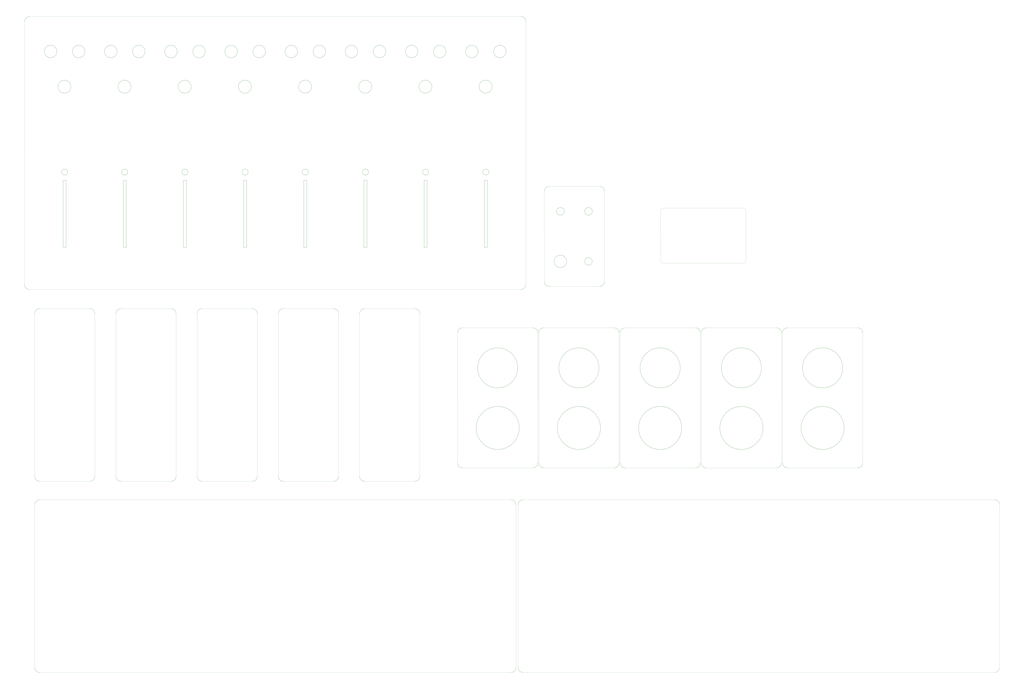
<source format=gbr>
%TF.GenerationSoftware,KiCad,Pcbnew,7.0.8*%
%TF.CreationDate,2023-11-15T12:02:35+01:00*%
%TF.ProjectId,JL,4a4c2e6b-6963-4616-945f-706362585858,rev?*%
%TF.SameCoordinates,Original*%
%TF.FileFunction,Profile,NP*%
%FSLAX46Y46*%
G04 Gerber Fmt 4.6, Leading zero omitted, Abs format (unit mm)*
G04 Created by KiCad (PCBNEW 7.0.8) date 2023-11-15 12:02:35*
%MOMM*%
%LPD*%
G01*
G04 APERTURE LIST*
%TA.AperFunction,Profile*%
%ADD10C,0.150000*%
%TD*%
%TA.AperFunction,Profile*%
%ADD11C,0.100000*%
%TD*%
%TA.AperFunction,Profile*%
%ADD12C,0.200000*%
%TD*%
%TA.AperFunction,Profile*%
%ADD13C,0.050000*%
%TD*%
G04 APERTURE END LIST*
D10*
X255852082Y-191174689D02*
G75*
G03*
X255852082Y-191174689I-6251400J0D01*
G01*
D11*
X75544030Y-423742161D02*
X75559094Y-161273474D01*
X567785818Y-806170007D02*
X567800883Y-643701316D01*
D12*
X512437529Y-467022161D02*
G75*
G03*
X507437222Y-472043785I19671J-5019939D01*
G01*
D11*
X145713462Y-615330907D02*
X145728526Y-452862216D01*
X570534343Y-428757531D02*
X80565657Y-428742468D01*
D12*
X171700989Y-447853120D02*
G75*
G03*
X166700682Y-452874689I19611J-5019880D01*
G01*
X825412471Y-606977839D02*
G75*
G03*
X830412778Y-601956215I-19671J5019939D01*
G01*
D10*
X641778128Y-350770311D02*
G75*
G03*
X641778128Y-350770311I-3800000J0D01*
G01*
D11*
X85700682Y-452874689D02*
X85722837Y-615337162D01*
D12*
X567785825Y-806170007D02*
G75*
G03*
X572807445Y-811170314I5019975J19707D01*
G01*
X593437529Y-467022161D02*
G75*
G03*
X588437222Y-472043785I19671J-5019939D01*
G01*
D11*
X90744464Y-620337469D02*
X140713155Y-620352534D01*
D10*
X287852082Y-191174689D02*
G75*
G03*
X287852082Y-191174689I-6251400J0D01*
G01*
D12*
X90738209Y-638696841D02*
G75*
G03*
X85737902Y-643718471I19691J-5019959D01*
G01*
D11*
X744406215Y-467037222D02*
X674437529Y-467022158D01*
X85722837Y-806187162D02*
X85737902Y-643718471D01*
D10*
X567400000Y-507050000D02*
G75*
G03*
X567400000Y-507050000I-20000000J0D01*
G01*
D12*
X85722870Y-806187162D02*
G75*
G03*
X90744464Y-811187469I5019930J19662D01*
G01*
D10*
X467852082Y-191174689D02*
G75*
G03*
X467852082Y-191174689I-6251400J0D01*
G01*
D11*
X328700682Y-452874689D02*
X328722837Y-615337162D01*
D12*
X648899693Y-425771562D02*
G75*
G03*
X653900000Y-420750000I-19593J5019862D01*
G01*
D11*
X593493784Y-607012778D02*
X663412471Y-606977842D01*
D12*
X464713155Y-620352524D02*
G75*
G03*
X469713462Y-615330907I-19655J5019924D01*
G01*
D10*
X481850000Y-226300000D02*
G75*
G03*
X481850000Y-226300000I-6500000J0D01*
G01*
D11*
X830412778Y-601956215D02*
X830427842Y-472037529D01*
D12*
X572801190Y-638679622D02*
G75*
G03*
X567800883Y-643701316I19710J-5019978D01*
G01*
D11*
X464706899Y-447861909D02*
X414700989Y-447853062D01*
X911412778Y-601956215D02*
X911427842Y-472037529D01*
D10*
X234050682Y-319724689D02*
X237050682Y-319724689D01*
X237050682Y-386724689D01*
X234050682Y-386724689D01*
X234050682Y-319724689D01*
D12*
X383713155Y-620352524D02*
G75*
G03*
X388713462Y-615330907I-19655J5019924D01*
G01*
X307728552Y-452862216D02*
G75*
G03*
X302706899Y-447861909I-5019952J-19684D01*
G01*
D10*
X616201400Y-400750000D02*
G75*
G03*
X616201400Y-400750000I-6251400J0D01*
G01*
X358532348Y-311626355D02*
G75*
G03*
X358532348Y-311626355I-3001666J0D01*
G01*
D12*
X75544071Y-423742161D02*
G75*
G03*
X80565657Y-428742468I5019929J19661D01*
G01*
D10*
X891400000Y-507050000D02*
G75*
G03*
X891400000Y-507050000I-20000000J0D01*
G01*
D11*
X674493784Y-607012778D02*
X744412471Y-606977842D01*
D12*
X166722770Y-615337162D02*
G75*
G03*
X171744464Y-620337469I5020030J19762D01*
G01*
D11*
X307713462Y-615330907D02*
X307728526Y-452862216D01*
D12*
X653871661Y-330800307D02*
G75*
G03*
X648850000Y-325800000I-5020061J-19793D01*
G01*
X588472161Y-602012471D02*
G75*
G03*
X593493784Y-607012778I5020039J19771D01*
G01*
X830427840Y-472037529D02*
G75*
G03*
X825406215Y-467037222I-5019840J-19571D01*
G01*
D11*
X247700682Y-452874689D02*
X247722837Y-615337162D01*
X836493784Y-607012778D02*
X906412471Y-606977842D01*
X572801190Y-638679689D02*
X1042769881Y-638694754D01*
D10*
X892902093Y-567050000D02*
G75*
G03*
X892902093Y-567050000I-21502093J0D01*
G01*
X114050682Y-319724689D02*
X117050682Y-319724689D01*
X117050682Y-386724689D01*
X114050682Y-386724689D01*
X114050682Y-319724689D01*
D12*
X388728552Y-452862216D02*
G75*
G03*
X383706899Y-447861909I-5019952J-19684D01*
G01*
D10*
X407852082Y-191174689D02*
G75*
G03*
X407852082Y-191174689I-6251400J0D01*
G01*
X121850000Y-226300000D02*
G75*
G03*
X121850000Y-226300000I-6500000J0D01*
G01*
D11*
X587412778Y-601956215D02*
X587427842Y-472037529D01*
D10*
X178532348Y-311626355D02*
G75*
G03*
X178532348Y-311626355I-3001666J0D01*
G01*
D12*
X414700989Y-447853120D02*
G75*
G03*
X409700682Y-452874689I19611J-5019880D01*
G01*
X1047791508Y-643695061D02*
G75*
G03*
X1042769881Y-638694754I-5019908J-19639D01*
G01*
D10*
X649902093Y-567050000D02*
G75*
G03*
X649902093Y-567050000I-21502093J0D01*
G01*
X167852082Y-191174689D02*
G75*
G03*
X167852082Y-191174689I-6251400J0D01*
G01*
X118532348Y-311626355D02*
G75*
G03*
X118532348Y-311626355I-3001666J0D01*
G01*
D11*
X669437222Y-472043785D02*
X669472157Y-602012471D01*
D10*
X361850000Y-226300000D02*
G75*
G03*
X361850000Y-226300000I-6500000J0D01*
G01*
D12*
X663412471Y-606977839D02*
G75*
G03*
X668412778Y-601956215I-19671J5019939D01*
G01*
X140713155Y-620352524D02*
G75*
G03*
X145713462Y-615330907I-19655J5019924D01*
G01*
X582412471Y-606977839D02*
G75*
G03*
X587412778Y-601956215I-19671J5019939D01*
G01*
X302713155Y-620352524D02*
G75*
G03*
X307713462Y-615330907I-19655J5019924D01*
G01*
X560713155Y-811202524D02*
G75*
G03*
X565713462Y-806180907I-19655J5019924D01*
G01*
D11*
X750437222Y-472043785D02*
X750472157Y-602012471D01*
X598887529Y-325822157D02*
X648850000Y-325800000D01*
D12*
X750472161Y-602012471D02*
G75*
G03*
X755493784Y-607012778I5020039J19771D01*
G01*
D10*
X107852082Y-191174689D02*
G75*
G03*
X107852082Y-191174689I-6251400J0D01*
G01*
D12*
X598887529Y-325822161D02*
G75*
G03*
X593887222Y-330843784I19671J-5019939D01*
G01*
X226728552Y-452862216D02*
G75*
G03*
X221706899Y-447861909I-5019952J-19684D01*
G01*
D10*
X648400000Y-507050000D02*
G75*
G03*
X648400000Y-507050000I-20000000J0D01*
G01*
X298532348Y-311626355D02*
G75*
G03*
X298532348Y-311626355I-3001666J0D01*
G01*
D12*
X145728552Y-452862216D02*
G75*
G03*
X140706899Y-447861909I-5019952J-19684D01*
G01*
D11*
X226713462Y-615330907D02*
X226728526Y-452862216D01*
X469713462Y-615330907D02*
X469728526Y-452862216D01*
X906406215Y-467037222D02*
X836437529Y-467022158D01*
X588437222Y-472043785D02*
X588472157Y-602012471D01*
D10*
X729400000Y-507050000D02*
G75*
G03*
X729400000Y-507050000I-20000000J0D01*
G01*
D12*
X85722870Y-615337162D02*
G75*
G03*
X90744464Y-620337469I5019930J19662D01*
G01*
D11*
X1042776136Y-811185379D02*
X572807445Y-811170314D01*
D12*
X252700989Y-447853120D02*
G75*
G03*
X247700682Y-452874689I19611J-5019880D01*
G01*
X575549651Y-161267218D02*
G75*
G03*
X570528087Y-156266911I-5019851J-19582D01*
G01*
X1042776136Y-811185304D02*
G75*
G03*
X1047776443Y-806163752I-19736J5020004D01*
G01*
X836437529Y-467022161D02*
G75*
G03*
X831437222Y-472043785I19671J-5019939D01*
G01*
X328722770Y-615337162D02*
G75*
G03*
X333744464Y-620337469I5020030J19762D01*
G01*
D10*
X811902093Y-567050000D02*
G75*
G03*
X811902093Y-567050000I-21502093J0D01*
G01*
D12*
X831472161Y-602012471D02*
G75*
G03*
X836493784Y-607012778I5020039J19771D01*
G01*
D10*
X347852082Y-191174689D02*
G75*
G03*
X347852082Y-191174689I-6251400J0D01*
G01*
D11*
X80559401Y-156251847D02*
X570528087Y-156266911D01*
X302706899Y-447861909D02*
X252700989Y-447853062D01*
D12*
X570534343Y-428757512D02*
G75*
G03*
X575534650Y-423735904I-19643J5019912D01*
G01*
D10*
X301850000Y-226300000D02*
G75*
G03*
X301850000Y-226300000I-6500000J0D01*
G01*
D11*
X1047791508Y-643695061D02*
X1047776443Y-806163752D01*
D12*
X409722770Y-615337162D02*
G75*
G03*
X414744464Y-620337469I5020030J19762D01*
G01*
D11*
X388713462Y-615330907D02*
X388728526Y-452862216D01*
X825406215Y-467037222D02*
X755437529Y-467022158D01*
X383706899Y-447861909D02*
X333700989Y-447853062D01*
D10*
X418532348Y-311626355D02*
G75*
G03*
X418532348Y-311626355I-3001666J0D01*
G01*
D11*
X252744464Y-620337469D02*
X302713155Y-620352534D01*
D12*
X674437529Y-467022161D02*
G75*
G03*
X669437222Y-472043785I19671J-5019939D01*
G01*
X668427840Y-472037529D02*
G75*
G03*
X663406215Y-467037222I-5019840J-19571D01*
G01*
D10*
X478532348Y-311626355D02*
G75*
G03*
X478532348Y-311626355I-3001666J0D01*
G01*
X375852082Y-191174689D02*
G75*
G03*
X375852082Y-191174689I-6251400J0D01*
G01*
D11*
X575534650Y-423735904D02*
X575549714Y-161267218D01*
X512493784Y-607012778D02*
X582412471Y-606977842D01*
D12*
X333700989Y-447853120D02*
G75*
G03*
X328700682Y-452874689I19611J-5019880D01*
G01*
X906412471Y-606977839D02*
G75*
G03*
X911412778Y-601956215I-19671J5019939D01*
G01*
X565728552Y-643712216D02*
G75*
G03*
X560706900Y-638711909I-5019952J-19684D01*
G01*
D11*
X749412778Y-601956215D02*
X749427842Y-472037529D01*
D10*
X730902093Y-567050000D02*
G75*
G03*
X730902093Y-567050000I-21502093J0D01*
G01*
D11*
X409700682Y-452874689D02*
X409722837Y-615337162D01*
X90738209Y-638696844D02*
X560706900Y-638711909D01*
D12*
X221713155Y-620352524D02*
G75*
G03*
X226713462Y-615330907I-19655J5019924D01*
G01*
X749427840Y-472037529D02*
G75*
G03*
X744406215Y-467037222I-5019840J-19571D01*
G01*
D10*
X238532348Y-311626355D02*
G75*
G03*
X238532348Y-311626355I-3001666J0D01*
G01*
X354050682Y-319724689D02*
X357050682Y-319724689D01*
X357050682Y-386724689D01*
X354050682Y-386724689D01*
X354050682Y-319724689D01*
D11*
X507437222Y-472043785D02*
X507472157Y-602012471D01*
D12*
X469728552Y-452862216D02*
G75*
G03*
X464706899Y-447861909I-5019952J-19684D01*
G01*
D11*
X565728527Y-643712216D02*
X565713462Y-806180907D01*
D12*
X669472161Y-602012471D02*
G75*
G03*
X674493784Y-607012778I5020039J19771D01*
G01*
X593922161Y-420762471D02*
G75*
G03*
X598943785Y-425762778I5020039J19771D01*
G01*
D10*
X538532348Y-311626355D02*
G75*
G03*
X538532348Y-311626355I-3001666J0D01*
G01*
D12*
X911427840Y-472037529D02*
G75*
G03*
X906406215Y-467037222I-5019840J-19571D01*
G01*
D10*
X294050682Y-319724689D02*
X297050682Y-319724689D01*
X297050682Y-386724689D01*
X294050682Y-386724689D01*
X294050682Y-319724689D01*
X474050682Y-319724689D02*
X477050682Y-319724689D01*
X477050682Y-386724689D01*
X474050682Y-386724689D01*
X474050682Y-319724689D01*
D11*
X755493784Y-607012778D02*
X825412471Y-606977842D01*
X333744464Y-620337469D02*
X383713155Y-620352534D01*
D12*
X247722770Y-615337162D02*
G75*
G03*
X252744464Y-620337469I5020030J19762D01*
G01*
D10*
X241850000Y-226300000D02*
G75*
G03*
X241850000Y-226300000I-6500000J0D01*
G01*
D11*
X582406215Y-467037222D02*
X512437529Y-467022158D01*
D12*
X755437529Y-467022161D02*
G75*
G03*
X750437222Y-472043785I19671J-5019939D01*
G01*
D10*
X613733388Y-350770311D02*
G75*
G03*
X613733388Y-350770311I-3805260J0D01*
G01*
X495852082Y-191174689D02*
G75*
G03*
X495852082Y-191174689I-6251400J0D01*
G01*
X435852082Y-191174689D02*
G75*
G03*
X435852082Y-191174689I-6251400J0D01*
G01*
D12*
X80559401Y-156251833D02*
G75*
G03*
X75559094Y-161273474I19699J-5019967D01*
G01*
X744412471Y-606977839D02*
G75*
G03*
X749412778Y-601956215I-19671J5019939D01*
G01*
D11*
X560713155Y-811202534D02*
X90744464Y-811187469D01*
X171744464Y-620337469D02*
X221713155Y-620352534D01*
D10*
X421850000Y-226300000D02*
G75*
G03*
X421850000Y-226300000I-6500000J0D01*
G01*
X227852082Y-191174689D02*
G75*
G03*
X227852082Y-191174689I-6251400J0D01*
G01*
D11*
X668412778Y-601956215D02*
X668427842Y-472037529D01*
X663406215Y-467037222D02*
X593437529Y-467022158D01*
D10*
X135852082Y-191174689D02*
G75*
G03*
X135852082Y-191174689I-6251400J0D01*
G01*
D12*
X507472161Y-602012471D02*
G75*
G03*
X512493784Y-607012778I5020039J19771D01*
G01*
D11*
X140706899Y-447861909D02*
X90700989Y-447853062D01*
D10*
X810400000Y-507050000D02*
G75*
G03*
X810400000Y-507050000I-20000000J0D01*
G01*
D12*
X587427840Y-472037529D02*
G75*
G03*
X582406215Y-467037222I-5019840J-19571D01*
G01*
D10*
X541850000Y-226300000D02*
G75*
G03*
X541850000Y-226300000I-6500000J0D01*
G01*
X527852082Y-191174689D02*
G75*
G03*
X527852082Y-191174689I-6251400J0D01*
G01*
D11*
X648899693Y-425771627D02*
X598943785Y-425762778D01*
D10*
X555852082Y-191174689D02*
G75*
G03*
X555852082Y-191174689I-6251400J0D01*
G01*
X181850000Y-226300000D02*
G75*
G03*
X181850000Y-226300000I-6500000J0D01*
G01*
X174050682Y-319724689D02*
X177050682Y-319724689D01*
X177050682Y-386724689D01*
X174050682Y-386724689D01*
X174050682Y-319724689D01*
D11*
X653900000Y-420750000D02*
X653871627Y-330800307D01*
D10*
X534050682Y-319724689D02*
X537050682Y-319724689D01*
X537050682Y-386724689D01*
X534050682Y-386724689D01*
X534050682Y-319724689D01*
D11*
X166700682Y-452874689D02*
X166722837Y-615337162D01*
D12*
X90700989Y-447853021D02*
G75*
G03*
X85700682Y-452874689I19711J-5019979D01*
G01*
D10*
X568902093Y-567050000D02*
G75*
G03*
X568902093Y-567050000I-21502093J0D01*
G01*
D11*
X414744464Y-620337469D02*
X464713155Y-620352534D01*
X831437222Y-472043785D02*
X831472157Y-602012471D01*
D10*
X414050682Y-319724689D02*
X417050682Y-319724689D01*
X417050682Y-386724689D01*
X414050682Y-386724689D01*
X414050682Y-319724689D01*
X315852082Y-191174689D02*
G75*
G03*
X315852082Y-191174689I-6251400J0D01*
G01*
D11*
X593887222Y-330843784D02*
X593922158Y-420762471D01*
D10*
X641700000Y-400750000D02*
G75*
G03*
X641700000Y-400750000I-3750000J0D01*
G01*
X195852082Y-191174689D02*
G75*
G03*
X195852082Y-191174689I-6251400J0D01*
G01*
D11*
X221706899Y-447861909D02*
X171700989Y-447853062D01*
D13*
%TO.C,REF\u002A\u002A*%
X709844681Y-350221175D02*
X709903633Y-399751720D01*
X712700000Y-402450000D02*
X792201720Y-402446367D01*
X792103633Y-347451720D02*
X712542961Y-347424808D01*
X794900000Y-399650000D02*
X794900000Y-350150000D01*
X712542961Y-347424808D02*
G75*
G03*
X709844681Y-350221175I-1J-2699999D01*
G01*
X709903633Y-399751720D02*
G75*
G03*
X712700000Y-402450000I2699999J-1D01*
G01*
X794900000Y-350150000D02*
G75*
G03*
X792103633Y-347451720I-2700000J0D01*
G01*
X792201720Y-402446370D02*
G75*
G03*
X794900000Y-399650000I0J2700000D01*
G01*
%TD*%
M02*

</source>
